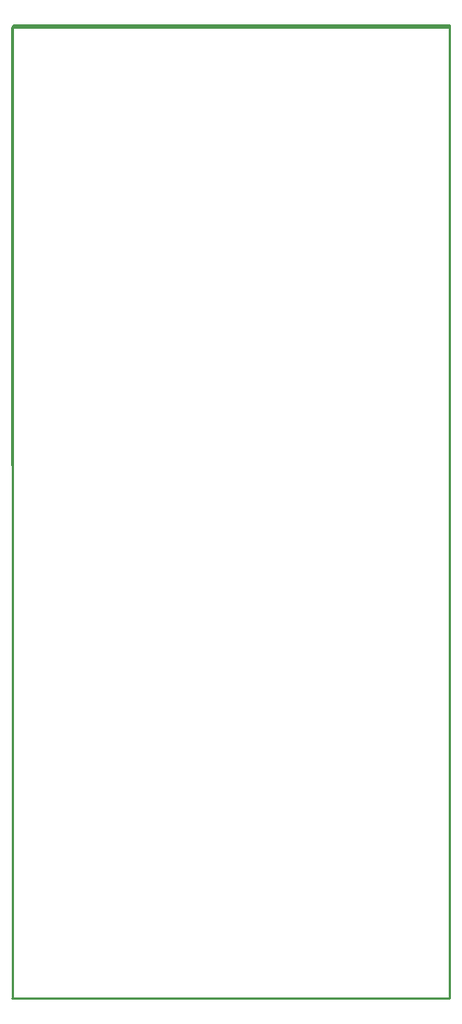
<source format=gko>
G04*
G04 #@! TF.GenerationSoftware,Altium Limited,Altium Designer,21.1.1 (26)*
G04*
G04 Layer_Color=16711935*
%FSAX44Y44*%
%MOMM*%
G71*
G04*
G04 #@! TF.SameCoordinates,7C830176-F0F4-4CA8-9266-6C2C436D825E*
G04*
G04*
G04 #@! TF.FilePolarity,Positive*
G04*
G01*
G75*
%ADD11C,0.2540*%
D11*
X00763064Y00407924D02*
Y00410464D01*
X00763064Y01525524D02*
X00763064Y00410464D01*
X00763064Y01525524D02*
X00262176D01*
X00260144Y01523492D01*
Y01020572D02*
Y01523492D01*
X00260398Y01020318D02*
X00260144Y01020572D01*
X00260398Y00408178D02*
Y01020318D01*
Y00408178D02*
X00260144Y00407924D01*
X00763064Y00407924D02*
X00260144Y00407924D01*
X00763064Y01523746D02*
X00260398D01*
X00260398Y00408178D02*
X00260398Y01523746D01*
X00763064D02*
X00763064Y00410464D01*
M02*

</source>
